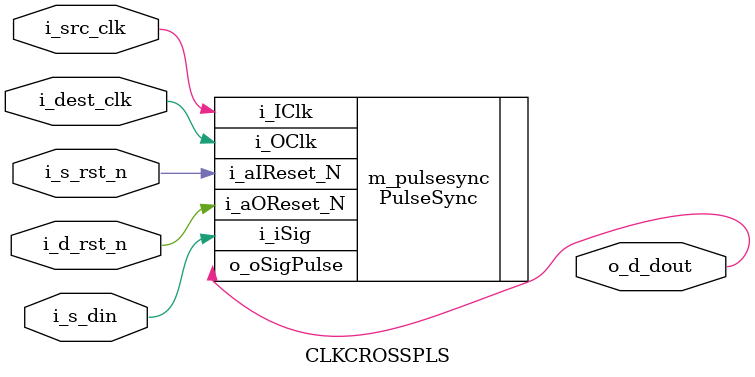
<source format=v>


module CLKCROSSPLS (
    input                       i_s_rst_n     ,    
    input                       i_src_clk     ,
    input                       i_s_din       ,
    input                       i_d_rst_n      ,  
    input                       i_dest_clk     ,
    output                      o_d_dout          
);

    PulseSync m_pulsesync(
        .i_aIReset_N(i_s_rst_n),
        .i_IClk(i_src_clk),
        //.i_iClkEn(1'b1), 
        .i_iSig(i_s_din),         
        //.o_iStatusOfoSig(),
        .i_aOReset_N(i_d_rst_n),
        .i_OClk(i_dest_clk),         
        //.i_oClkEn(1'b1),       
        //.o_oSig(),         
        .o_oSigPulse(o_d_dout));      
endmodule

</source>
